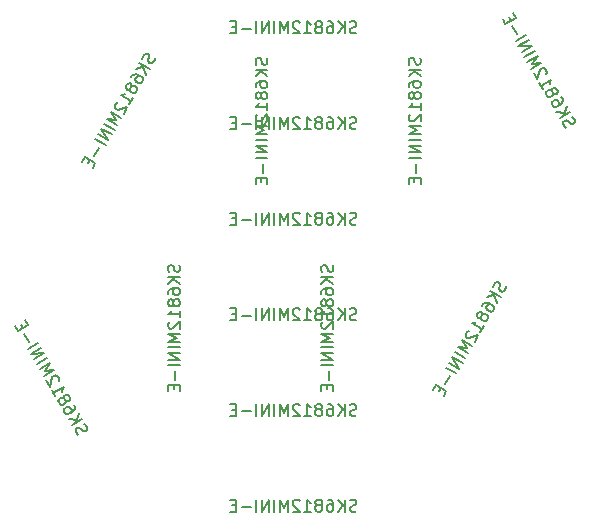
<source format=gbr>
%TF.GenerationSoftware,KiCad,Pcbnew,8.0.8*%
%TF.CreationDate,2025-04-07T13:41:04-04:00*%
%TF.ProjectId,pcb_tile_game_tile_sos,7063625f-7469-46c6-955f-67616d655f74,1.0*%
%TF.SameCoordinates,Original*%
%TF.FileFunction,AssemblyDrawing,Bot*%
%FSLAX46Y46*%
G04 Gerber Fmt 4.6, Leading zero omitted, Abs format (unit mm)*
G04 Created by KiCad (PCBNEW 8.0.8) date 2025-04-07 13:41:04*
%MOMM*%
%LPD*%
G01*
G04 APERTURE LIST*
%ADD10C,0.150000*%
G04 APERTURE END LIST*
D10*
X145293332Y-96099104D02*
X145150475Y-96146723D01*
X145150475Y-96146723D02*
X144912380Y-96146723D01*
X144912380Y-96146723D02*
X144817142Y-96099104D01*
X144817142Y-96099104D02*
X144769523Y-96051484D01*
X144769523Y-96051484D02*
X144721904Y-95956246D01*
X144721904Y-95956246D02*
X144721904Y-95861008D01*
X144721904Y-95861008D02*
X144769523Y-95765770D01*
X144769523Y-95765770D02*
X144817142Y-95718151D01*
X144817142Y-95718151D02*
X144912380Y-95670532D01*
X144912380Y-95670532D02*
X145102856Y-95622913D01*
X145102856Y-95622913D02*
X145198094Y-95575294D01*
X145198094Y-95575294D02*
X145245713Y-95527675D01*
X145245713Y-95527675D02*
X145293332Y-95432437D01*
X145293332Y-95432437D02*
X145293332Y-95337199D01*
X145293332Y-95337199D02*
X145245713Y-95241961D01*
X145245713Y-95241961D02*
X145198094Y-95194342D01*
X145198094Y-95194342D02*
X145102856Y-95146723D01*
X145102856Y-95146723D02*
X144864761Y-95146723D01*
X144864761Y-95146723D02*
X144721904Y-95194342D01*
X144293332Y-96146723D02*
X144293332Y-95146723D01*
X143721904Y-96146723D02*
X144150475Y-95575294D01*
X143721904Y-95146723D02*
X144293332Y-95718151D01*
X142864761Y-95146723D02*
X143055237Y-95146723D01*
X143055237Y-95146723D02*
X143150475Y-95194342D01*
X143150475Y-95194342D02*
X143198094Y-95241961D01*
X143198094Y-95241961D02*
X143293332Y-95384818D01*
X143293332Y-95384818D02*
X143340951Y-95575294D01*
X143340951Y-95575294D02*
X143340951Y-95956246D01*
X143340951Y-95956246D02*
X143293332Y-96051484D01*
X143293332Y-96051484D02*
X143245713Y-96099104D01*
X143245713Y-96099104D02*
X143150475Y-96146723D01*
X143150475Y-96146723D02*
X142959999Y-96146723D01*
X142959999Y-96146723D02*
X142864761Y-96099104D01*
X142864761Y-96099104D02*
X142817142Y-96051484D01*
X142817142Y-96051484D02*
X142769523Y-95956246D01*
X142769523Y-95956246D02*
X142769523Y-95718151D01*
X142769523Y-95718151D02*
X142817142Y-95622913D01*
X142817142Y-95622913D02*
X142864761Y-95575294D01*
X142864761Y-95575294D02*
X142959999Y-95527675D01*
X142959999Y-95527675D02*
X143150475Y-95527675D01*
X143150475Y-95527675D02*
X143245713Y-95575294D01*
X143245713Y-95575294D02*
X143293332Y-95622913D01*
X143293332Y-95622913D02*
X143340951Y-95718151D01*
X142198094Y-95575294D02*
X142293332Y-95527675D01*
X142293332Y-95527675D02*
X142340951Y-95480056D01*
X142340951Y-95480056D02*
X142388570Y-95384818D01*
X142388570Y-95384818D02*
X142388570Y-95337199D01*
X142388570Y-95337199D02*
X142340951Y-95241961D01*
X142340951Y-95241961D02*
X142293332Y-95194342D01*
X142293332Y-95194342D02*
X142198094Y-95146723D01*
X142198094Y-95146723D02*
X142007618Y-95146723D01*
X142007618Y-95146723D02*
X141912380Y-95194342D01*
X141912380Y-95194342D02*
X141864761Y-95241961D01*
X141864761Y-95241961D02*
X141817142Y-95337199D01*
X141817142Y-95337199D02*
X141817142Y-95384818D01*
X141817142Y-95384818D02*
X141864761Y-95480056D01*
X141864761Y-95480056D02*
X141912380Y-95527675D01*
X141912380Y-95527675D02*
X142007618Y-95575294D01*
X142007618Y-95575294D02*
X142198094Y-95575294D01*
X142198094Y-95575294D02*
X142293332Y-95622913D01*
X142293332Y-95622913D02*
X142340951Y-95670532D01*
X142340951Y-95670532D02*
X142388570Y-95765770D01*
X142388570Y-95765770D02*
X142388570Y-95956246D01*
X142388570Y-95956246D02*
X142340951Y-96051484D01*
X142340951Y-96051484D02*
X142293332Y-96099104D01*
X142293332Y-96099104D02*
X142198094Y-96146723D01*
X142198094Y-96146723D02*
X142007618Y-96146723D01*
X142007618Y-96146723D02*
X141912380Y-96099104D01*
X141912380Y-96099104D02*
X141864761Y-96051484D01*
X141864761Y-96051484D02*
X141817142Y-95956246D01*
X141817142Y-95956246D02*
X141817142Y-95765770D01*
X141817142Y-95765770D02*
X141864761Y-95670532D01*
X141864761Y-95670532D02*
X141912380Y-95622913D01*
X141912380Y-95622913D02*
X142007618Y-95575294D01*
X140864761Y-96146723D02*
X141436189Y-96146723D01*
X141150475Y-96146723D02*
X141150475Y-95146723D01*
X141150475Y-95146723D02*
X141245713Y-95289580D01*
X141245713Y-95289580D02*
X141340951Y-95384818D01*
X141340951Y-95384818D02*
X141436189Y-95432437D01*
X140483808Y-95241961D02*
X140436189Y-95194342D01*
X140436189Y-95194342D02*
X140340951Y-95146723D01*
X140340951Y-95146723D02*
X140102856Y-95146723D01*
X140102856Y-95146723D02*
X140007618Y-95194342D01*
X140007618Y-95194342D02*
X139959999Y-95241961D01*
X139959999Y-95241961D02*
X139912380Y-95337199D01*
X139912380Y-95337199D02*
X139912380Y-95432437D01*
X139912380Y-95432437D02*
X139959999Y-95575294D01*
X139959999Y-95575294D02*
X140531427Y-96146723D01*
X140531427Y-96146723D02*
X139912380Y-96146723D01*
X139483808Y-96146723D02*
X139483808Y-95146723D01*
X139483808Y-95146723D02*
X139150475Y-95861008D01*
X139150475Y-95861008D02*
X138817142Y-95146723D01*
X138817142Y-95146723D02*
X138817142Y-96146723D01*
X138340951Y-96146723D02*
X138340951Y-95146723D01*
X137864761Y-96146723D02*
X137864761Y-95146723D01*
X137864761Y-95146723D02*
X137293333Y-96146723D01*
X137293333Y-96146723D02*
X137293333Y-95146723D01*
X136817142Y-96146723D02*
X136817142Y-95146723D01*
X136340952Y-95765770D02*
X135579048Y-95765770D01*
X135102857Y-95622913D02*
X134769524Y-95622913D01*
X134626667Y-96146723D02*
X135102857Y-96146723D01*
X135102857Y-96146723D02*
X135102857Y-95146723D01*
X135102857Y-95146723D02*
X134626667Y-95146723D01*
X130299104Y-83379167D02*
X130346723Y-83522024D01*
X130346723Y-83522024D02*
X130346723Y-83760119D01*
X130346723Y-83760119D02*
X130299104Y-83855357D01*
X130299104Y-83855357D02*
X130251484Y-83902976D01*
X130251484Y-83902976D02*
X130156246Y-83950595D01*
X130156246Y-83950595D02*
X130061008Y-83950595D01*
X130061008Y-83950595D02*
X129965770Y-83902976D01*
X129965770Y-83902976D02*
X129918151Y-83855357D01*
X129918151Y-83855357D02*
X129870532Y-83760119D01*
X129870532Y-83760119D02*
X129822913Y-83569643D01*
X129822913Y-83569643D02*
X129775294Y-83474405D01*
X129775294Y-83474405D02*
X129727675Y-83426786D01*
X129727675Y-83426786D02*
X129632437Y-83379167D01*
X129632437Y-83379167D02*
X129537199Y-83379167D01*
X129537199Y-83379167D02*
X129441961Y-83426786D01*
X129441961Y-83426786D02*
X129394342Y-83474405D01*
X129394342Y-83474405D02*
X129346723Y-83569643D01*
X129346723Y-83569643D02*
X129346723Y-83807738D01*
X129346723Y-83807738D02*
X129394342Y-83950595D01*
X130346723Y-84379167D02*
X129346723Y-84379167D01*
X130346723Y-84950595D02*
X129775294Y-84522024D01*
X129346723Y-84950595D02*
X129918151Y-84379167D01*
X129346723Y-85807738D02*
X129346723Y-85617262D01*
X129346723Y-85617262D02*
X129394342Y-85522024D01*
X129394342Y-85522024D02*
X129441961Y-85474405D01*
X129441961Y-85474405D02*
X129584818Y-85379167D01*
X129584818Y-85379167D02*
X129775294Y-85331548D01*
X129775294Y-85331548D02*
X130156246Y-85331548D01*
X130156246Y-85331548D02*
X130251484Y-85379167D01*
X130251484Y-85379167D02*
X130299104Y-85426786D01*
X130299104Y-85426786D02*
X130346723Y-85522024D01*
X130346723Y-85522024D02*
X130346723Y-85712500D01*
X130346723Y-85712500D02*
X130299104Y-85807738D01*
X130299104Y-85807738D02*
X130251484Y-85855357D01*
X130251484Y-85855357D02*
X130156246Y-85902976D01*
X130156246Y-85902976D02*
X129918151Y-85902976D01*
X129918151Y-85902976D02*
X129822913Y-85855357D01*
X129822913Y-85855357D02*
X129775294Y-85807738D01*
X129775294Y-85807738D02*
X129727675Y-85712500D01*
X129727675Y-85712500D02*
X129727675Y-85522024D01*
X129727675Y-85522024D02*
X129775294Y-85426786D01*
X129775294Y-85426786D02*
X129822913Y-85379167D01*
X129822913Y-85379167D02*
X129918151Y-85331548D01*
X129775294Y-86474405D02*
X129727675Y-86379167D01*
X129727675Y-86379167D02*
X129680056Y-86331548D01*
X129680056Y-86331548D02*
X129584818Y-86283929D01*
X129584818Y-86283929D02*
X129537199Y-86283929D01*
X129537199Y-86283929D02*
X129441961Y-86331548D01*
X129441961Y-86331548D02*
X129394342Y-86379167D01*
X129394342Y-86379167D02*
X129346723Y-86474405D01*
X129346723Y-86474405D02*
X129346723Y-86664881D01*
X129346723Y-86664881D02*
X129394342Y-86760119D01*
X129394342Y-86760119D02*
X129441961Y-86807738D01*
X129441961Y-86807738D02*
X129537199Y-86855357D01*
X129537199Y-86855357D02*
X129584818Y-86855357D01*
X129584818Y-86855357D02*
X129680056Y-86807738D01*
X129680056Y-86807738D02*
X129727675Y-86760119D01*
X129727675Y-86760119D02*
X129775294Y-86664881D01*
X129775294Y-86664881D02*
X129775294Y-86474405D01*
X129775294Y-86474405D02*
X129822913Y-86379167D01*
X129822913Y-86379167D02*
X129870532Y-86331548D01*
X129870532Y-86331548D02*
X129965770Y-86283929D01*
X129965770Y-86283929D02*
X130156246Y-86283929D01*
X130156246Y-86283929D02*
X130251484Y-86331548D01*
X130251484Y-86331548D02*
X130299104Y-86379167D01*
X130299104Y-86379167D02*
X130346723Y-86474405D01*
X130346723Y-86474405D02*
X130346723Y-86664881D01*
X130346723Y-86664881D02*
X130299104Y-86760119D01*
X130299104Y-86760119D02*
X130251484Y-86807738D01*
X130251484Y-86807738D02*
X130156246Y-86855357D01*
X130156246Y-86855357D02*
X129965770Y-86855357D01*
X129965770Y-86855357D02*
X129870532Y-86807738D01*
X129870532Y-86807738D02*
X129822913Y-86760119D01*
X129822913Y-86760119D02*
X129775294Y-86664881D01*
X130346723Y-87807738D02*
X130346723Y-87236310D01*
X130346723Y-87522024D02*
X129346723Y-87522024D01*
X129346723Y-87522024D02*
X129489580Y-87426786D01*
X129489580Y-87426786D02*
X129584818Y-87331548D01*
X129584818Y-87331548D02*
X129632437Y-87236310D01*
X129441961Y-88188691D02*
X129394342Y-88236310D01*
X129394342Y-88236310D02*
X129346723Y-88331548D01*
X129346723Y-88331548D02*
X129346723Y-88569643D01*
X129346723Y-88569643D02*
X129394342Y-88664881D01*
X129394342Y-88664881D02*
X129441961Y-88712500D01*
X129441961Y-88712500D02*
X129537199Y-88760119D01*
X129537199Y-88760119D02*
X129632437Y-88760119D01*
X129632437Y-88760119D02*
X129775294Y-88712500D01*
X129775294Y-88712500D02*
X130346723Y-88141072D01*
X130346723Y-88141072D02*
X130346723Y-88760119D01*
X130346723Y-89188691D02*
X129346723Y-89188691D01*
X129346723Y-89188691D02*
X130061008Y-89522024D01*
X130061008Y-89522024D02*
X129346723Y-89855357D01*
X129346723Y-89855357D02*
X130346723Y-89855357D01*
X130346723Y-90331548D02*
X129346723Y-90331548D01*
X130346723Y-90807738D02*
X129346723Y-90807738D01*
X129346723Y-90807738D02*
X130346723Y-91379166D01*
X130346723Y-91379166D02*
X129346723Y-91379166D01*
X130346723Y-91855357D02*
X129346723Y-91855357D01*
X129965770Y-92331547D02*
X129965770Y-93093452D01*
X129822913Y-93569642D02*
X129822913Y-93902975D01*
X130346723Y-94045832D02*
X130346723Y-93569642D01*
X130346723Y-93569642D02*
X129346723Y-93569642D01*
X129346723Y-93569642D02*
X129346723Y-94045832D01*
X163042358Y-71752689D02*
X162929690Y-71652781D01*
X162929690Y-71652781D02*
X162810643Y-71446584D01*
X162810643Y-71446584D02*
X162804263Y-71340296D01*
X162804263Y-71340296D02*
X162821693Y-71275247D01*
X162821693Y-71275247D02*
X162880362Y-71186389D01*
X162880362Y-71186389D02*
X162962841Y-71138770D01*
X162962841Y-71138770D02*
X163069129Y-71132390D01*
X163069129Y-71132390D02*
X163134178Y-71149820D01*
X163134178Y-71149820D02*
X163223036Y-71208489D01*
X163223036Y-71208489D02*
X163359513Y-71349637D01*
X163359513Y-71349637D02*
X163448372Y-71408306D01*
X163448372Y-71408306D02*
X163513420Y-71425736D01*
X163513420Y-71425736D02*
X163619709Y-71419356D01*
X163619709Y-71419356D02*
X163702187Y-71371737D01*
X163702187Y-71371737D02*
X163760856Y-71282878D01*
X163760856Y-71282878D02*
X163778286Y-71217830D01*
X163778286Y-71217830D02*
X163771906Y-71111542D01*
X163771906Y-71111542D02*
X163652859Y-70905345D01*
X163652859Y-70905345D02*
X163540191Y-70805437D01*
X162501119Y-70910473D02*
X163367144Y-70410473D01*
X162215405Y-70415602D02*
X162924562Y-70501041D01*
X163081430Y-69915602D02*
X162872273Y-70696188D01*
X162652859Y-69173294D02*
X162748097Y-69338251D01*
X162748097Y-69338251D02*
X162754477Y-69444539D01*
X162754477Y-69444539D02*
X162737047Y-69509588D01*
X162737047Y-69509588D02*
X162660948Y-69663495D01*
X162660948Y-69663495D02*
X162519800Y-69799973D01*
X162519800Y-69799973D02*
X162189886Y-69990449D01*
X162189886Y-69990449D02*
X162083598Y-69996829D01*
X162083598Y-69996829D02*
X162018549Y-69979399D01*
X162018549Y-69979399D02*
X161929690Y-69920730D01*
X161929690Y-69920730D02*
X161834452Y-69755773D01*
X161834452Y-69755773D02*
X161828073Y-69649485D01*
X161828073Y-69649485D02*
X161845502Y-69584436D01*
X161845502Y-69584436D02*
X161904171Y-69495577D01*
X161904171Y-69495577D02*
X162110368Y-69376530D01*
X162110368Y-69376530D02*
X162216656Y-69370150D01*
X162216656Y-69370150D02*
X162281705Y-69387580D01*
X162281705Y-69387580D02*
X162370563Y-69446249D01*
X162370563Y-69446249D02*
X162465801Y-69611206D01*
X162465801Y-69611206D02*
X162472181Y-69717494D01*
X162472181Y-69717494D02*
X162454751Y-69782543D01*
X162454751Y-69782543D02*
X162396082Y-69871401D01*
X161948372Y-68810230D02*
X162037230Y-68868899D01*
X162037230Y-68868899D02*
X162102279Y-68886328D01*
X162102279Y-68886328D02*
X162208567Y-68879949D01*
X162208567Y-68879949D02*
X162249806Y-68856139D01*
X162249806Y-68856139D02*
X162308475Y-68767281D01*
X162308475Y-68767281D02*
X162325905Y-68702232D01*
X162325905Y-68702232D02*
X162319525Y-68595944D01*
X162319525Y-68595944D02*
X162224287Y-68430987D01*
X162224287Y-68430987D02*
X162135429Y-68372318D01*
X162135429Y-68372318D02*
X162070380Y-68354888D01*
X162070380Y-68354888D02*
X161964092Y-68361267D01*
X161964092Y-68361267D02*
X161922853Y-68385077D01*
X161922853Y-68385077D02*
X161864184Y-68473935D01*
X161864184Y-68473935D02*
X161846754Y-68538984D01*
X161846754Y-68538984D02*
X161853134Y-68645272D01*
X161853134Y-68645272D02*
X161948372Y-68810230D01*
X161948372Y-68810230D02*
X161954751Y-68916518D01*
X161954751Y-68916518D02*
X161937322Y-68981566D01*
X161937322Y-68981566D02*
X161878652Y-69070425D01*
X161878652Y-69070425D02*
X161713695Y-69165663D01*
X161713695Y-69165663D02*
X161607407Y-69172043D01*
X161607407Y-69172043D02*
X161542358Y-69154613D01*
X161542358Y-69154613D02*
X161453500Y-69095944D01*
X161453500Y-69095944D02*
X161358262Y-68930987D01*
X161358262Y-68930987D02*
X161351882Y-68824698D01*
X161351882Y-68824698D02*
X161369312Y-68759650D01*
X161369312Y-68759650D02*
X161427981Y-68670791D01*
X161427981Y-68670791D02*
X161592938Y-68575553D01*
X161592938Y-68575553D02*
X161699226Y-68569173D01*
X161699226Y-68569173D02*
X161764275Y-68586603D01*
X161764275Y-68586603D02*
X161853134Y-68645272D01*
X160786833Y-67941243D02*
X161072548Y-68436115D01*
X160929690Y-68188679D02*
X161795716Y-67688679D01*
X161795716Y-67688679D02*
X161719617Y-67842586D01*
X161719617Y-67842586D02*
X161684757Y-67972684D01*
X161684757Y-67972684D02*
X161691137Y-68078972D01*
X161379904Y-67158948D02*
X161397334Y-67093899D01*
X161397334Y-67093899D02*
X161390954Y-66987611D01*
X161390954Y-66987611D02*
X161271906Y-66781414D01*
X161271906Y-66781414D02*
X161183048Y-66722745D01*
X161183048Y-66722745D02*
X161117999Y-66705315D01*
X161117999Y-66705315D02*
X161011711Y-66711695D01*
X161011711Y-66711695D02*
X160929232Y-66759314D01*
X160929232Y-66759314D02*
X160829324Y-66871982D01*
X160829324Y-66871982D02*
X160620167Y-67652568D01*
X160620167Y-67652568D02*
X160310643Y-67116457D01*
X160096357Y-66745303D02*
X160962382Y-66245303D01*
X160962382Y-66245303D02*
X160177126Y-66313771D01*
X160177126Y-66313771D02*
X160629049Y-65667953D01*
X160629049Y-65667953D02*
X159763024Y-66167953D01*
X159524929Y-65755560D02*
X160390954Y-65255560D01*
X159286834Y-65343167D02*
X160152859Y-64843167D01*
X160152859Y-64843167D02*
X159001119Y-64848296D01*
X159001119Y-64848296D02*
X159867145Y-64348296D01*
X158763024Y-64435903D02*
X159629049Y-63935903D01*
X158854843Y-63833034D02*
X158473891Y-63173205D01*
X158359514Y-62689384D02*
X158192847Y-62400709D01*
X157667786Y-62538895D02*
X157905882Y-62951288D01*
X157905882Y-62951288D02*
X158771907Y-62451288D01*
X158771907Y-62451288D02*
X158533812Y-62038895D01*
X145293332Y-71799104D02*
X145150475Y-71846723D01*
X145150475Y-71846723D02*
X144912380Y-71846723D01*
X144912380Y-71846723D02*
X144817142Y-71799104D01*
X144817142Y-71799104D02*
X144769523Y-71751484D01*
X144769523Y-71751484D02*
X144721904Y-71656246D01*
X144721904Y-71656246D02*
X144721904Y-71561008D01*
X144721904Y-71561008D02*
X144769523Y-71465770D01*
X144769523Y-71465770D02*
X144817142Y-71418151D01*
X144817142Y-71418151D02*
X144912380Y-71370532D01*
X144912380Y-71370532D02*
X145102856Y-71322913D01*
X145102856Y-71322913D02*
X145198094Y-71275294D01*
X145198094Y-71275294D02*
X145245713Y-71227675D01*
X145245713Y-71227675D02*
X145293332Y-71132437D01*
X145293332Y-71132437D02*
X145293332Y-71037199D01*
X145293332Y-71037199D02*
X145245713Y-70941961D01*
X145245713Y-70941961D02*
X145198094Y-70894342D01*
X145198094Y-70894342D02*
X145102856Y-70846723D01*
X145102856Y-70846723D02*
X144864761Y-70846723D01*
X144864761Y-70846723D02*
X144721904Y-70894342D01*
X144293332Y-71846723D02*
X144293332Y-70846723D01*
X143721904Y-71846723D02*
X144150475Y-71275294D01*
X143721904Y-70846723D02*
X144293332Y-71418151D01*
X142864761Y-70846723D02*
X143055237Y-70846723D01*
X143055237Y-70846723D02*
X143150475Y-70894342D01*
X143150475Y-70894342D02*
X143198094Y-70941961D01*
X143198094Y-70941961D02*
X143293332Y-71084818D01*
X143293332Y-71084818D02*
X143340951Y-71275294D01*
X143340951Y-71275294D02*
X143340951Y-71656246D01*
X143340951Y-71656246D02*
X143293332Y-71751484D01*
X143293332Y-71751484D02*
X143245713Y-71799104D01*
X143245713Y-71799104D02*
X143150475Y-71846723D01*
X143150475Y-71846723D02*
X142959999Y-71846723D01*
X142959999Y-71846723D02*
X142864761Y-71799104D01*
X142864761Y-71799104D02*
X142817142Y-71751484D01*
X142817142Y-71751484D02*
X142769523Y-71656246D01*
X142769523Y-71656246D02*
X142769523Y-71418151D01*
X142769523Y-71418151D02*
X142817142Y-71322913D01*
X142817142Y-71322913D02*
X142864761Y-71275294D01*
X142864761Y-71275294D02*
X142959999Y-71227675D01*
X142959999Y-71227675D02*
X143150475Y-71227675D01*
X143150475Y-71227675D02*
X143245713Y-71275294D01*
X143245713Y-71275294D02*
X143293332Y-71322913D01*
X143293332Y-71322913D02*
X143340951Y-71418151D01*
X142198094Y-71275294D02*
X142293332Y-71227675D01*
X142293332Y-71227675D02*
X142340951Y-71180056D01*
X142340951Y-71180056D02*
X142388570Y-71084818D01*
X142388570Y-71084818D02*
X142388570Y-71037199D01*
X142388570Y-71037199D02*
X142340951Y-70941961D01*
X142340951Y-70941961D02*
X142293332Y-70894342D01*
X142293332Y-70894342D02*
X142198094Y-70846723D01*
X142198094Y-70846723D02*
X142007618Y-70846723D01*
X142007618Y-70846723D02*
X141912380Y-70894342D01*
X141912380Y-70894342D02*
X141864761Y-70941961D01*
X141864761Y-70941961D02*
X141817142Y-71037199D01*
X141817142Y-71037199D02*
X141817142Y-71084818D01*
X141817142Y-71084818D02*
X141864761Y-71180056D01*
X141864761Y-71180056D02*
X141912380Y-71227675D01*
X141912380Y-71227675D02*
X142007618Y-71275294D01*
X142007618Y-71275294D02*
X142198094Y-71275294D01*
X142198094Y-71275294D02*
X142293332Y-71322913D01*
X142293332Y-71322913D02*
X142340951Y-71370532D01*
X142340951Y-71370532D02*
X142388570Y-71465770D01*
X142388570Y-71465770D02*
X142388570Y-71656246D01*
X142388570Y-71656246D02*
X142340951Y-71751484D01*
X142340951Y-71751484D02*
X142293332Y-71799104D01*
X142293332Y-71799104D02*
X142198094Y-71846723D01*
X142198094Y-71846723D02*
X142007618Y-71846723D01*
X142007618Y-71846723D02*
X141912380Y-71799104D01*
X141912380Y-71799104D02*
X141864761Y-71751484D01*
X141864761Y-71751484D02*
X141817142Y-71656246D01*
X141817142Y-71656246D02*
X141817142Y-71465770D01*
X141817142Y-71465770D02*
X141864761Y-71370532D01*
X141864761Y-71370532D02*
X141912380Y-71322913D01*
X141912380Y-71322913D02*
X142007618Y-71275294D01*
X140864761Y-71846723D02*
X141436189Y-71846723D01*
X141150475Y-71846723D02*
X141150475Y-70846723D01*
X141150475Y-70846723D02*
X141245713Y-70989580D01*
X141245713Y-70989580D02*
X141340951Y-71084818D01*
X141340951Y-71084818D02*
X141436189Y-71132437D01*
X140483808Y-70941961D02*
X140436189Y-70894342D01*
X140436189Y-70894342D02*
X140340951Y-70846723D01*
X140340951Y-70846723D02*
X140102856Y-70846723D01*
X140102856Y-70846723D02*
X140007618Y-70894342D01*
X140007618Y-70894342D02*
X139959999Y-70941961D01*
X139959999Y-70941961D02*
X139912380Y-71037199D01*
X139912380Y-71037199D02*
X139912380Y-71132437D01*
X139912380Y-71132437D02*
X139959999Y-71275294D01*
X139959999Y-71275294D02*
X140531427Y-71846723D01*
X140531427Y-71846723D02*
X139912380Y-71846723D01*
X139483808Y-71846723D02*
X139483808Y-70846723D01*
X139483808Y-70846723D02*
X139150475Y-71561008D01*
X139150475Y-71561008D02*
X138817142Y-70846723D01*
X138817142Y-70846723D02*
X138817142Y-71846723D01*
X138340951Y-71846723D02*
X138340951Y-70846723D01*
X137864761Y-71846723D02*
X137864761Y-70846723D01*
X137864761Y-70846723D02*
X137293333Y-71846723D01*
X137293333Y-71846723D02*
X137293333Y-70846723D01*
X136817142Y-71846723D02*
X136817142Y-70846723D01*
X136340952Y-71465770D02*
X135579048Y-71465770D01*
X135102857Y-71322913D02*
X134769524Y-71322913D01*
X134626667Y-71846723D02*
X135102857Y-71846723D01*
X135102857Y-71846723D02*
X135102857Y-70846723D01*
X135102857Y-70846723D02*
X134626667Y-70846723D01*
X145293332Y-104199104D02*
X145150475Y-104246723D01*
X145150475Y-104246723D02*
X144912380Y-104246723D01*
X144912380Y-104246723D02*
X144817142Y-104199104D01*
X144817142Y-104199104D02*
X144769523Y-104151484D01*
X144769523Y-104151484D02*
X144721904Y-104056246D01*
X144721904Y-104056246D02*
X144721904Y-103961008D01*
X144721904Y-103961008D02*
X144769523Y-103865770D01*
X144769523Y-103865770D02*
X144817142Y-103818151D01*
X144817142Y-103818151D02*
X144912380Y-103770532D01*
X144912380Y-103770532D02*
X145102856Y-103722913D01*
X145102856Y-103722913D02*
X145198094Y-103675294D01*
X145198094Y-103675294D02*
X145245713Y-103627675D01*
X145245713Y-103627675D02*
X145293332Y-103532437D01*
X145293332Y-103532437D02*
X145293332Y-103437199D01*
X145293332Y-103437199D02*
X145245713Y-103341961D01*
X145245713Y-103341961D02*
X145198094Y-103294342D01*
X145198094Y-103294342D02*
X145102856Y-103246723D01*
X145102856Y-103246723D02*
X144864761Y-103246723D01*
X144864761Y-103246723D02*
X144721904Y-103294342D01*
X144293332Y-104246723D02*
X144293332Y-103246723D01*
X143721904Y-104246723D02*
X144150475Y-103675294D01*
X143721904Y-103246723D02*
X144293332Y-103818151D01*
X142864761Y-103246723D02*
X143055237Y-103246723D01*
X143055237Y-103246723D02*
X143150475Y-103294342D01*
X143150475Y-103294342D02*
X143198094Y-103341961D01*
X143198094Y-103341961D02*
X143293332Y-103484818D01*
X143293332Y-103484818D02*
X143340951Y-103675294D01*
X143340951Y-103675294D02*
X143340951Y-104056246D01*
X143340951Y-104056246D02*
X143293332Y-104151484D01*
X143293332Y-104151484D02*
X143245713Y-104199104D01*
X143245713Y-104199104D02*
X143150475Y-104246723D01*
X143150475Y-104246723D02*
X142959999Y-104246723D01*
X142959999Y-104246723D02*
X142864761Y-104199104D01*
X142864761Y-104199104D02*
X142817142Y-104151484D01*
X142817142Y-104151484D02*
X142769523Y-104056246D01*
X142769523Y-104056246D02*
X142769523Y-103818151D01*
X142769523Y-103818151D02*
X142817142Y-103722913D01*
X142817142Y-103722913D02*
X142864761Y-103675294D01*
X142864761Y-103675294D02*
X142959999Y-103627675D01*
X142959999Y-103627675D02*
X143150475Y-103627675D01*
X143150475Y-103627675D02*
X143245713Y-103675294D01*
X143245713Y-103675294D02*
X143293332Y-103722913D01*
X143293332Y-103722913D02*
X143340951Y-103818151D01*
X142198094Y-103675294D02*
X142293332Y-103627675D01*
X142293332Y-103627675D02*
X142340951Y-103580056D01*
X142340951Y-103580056D02*
X142388570Y-103484818D01*
X142388570Y-103484818D02*
X142388570Y-103437199D01*
X142388570Y-103437199D02*
X142340951Y-103341961D01*
X142340951Y-103341961D02*
X142293332Y-103294342D01*
X142293332Y-103294342D02*
X142198094Y-103246723D01*
X142198094Y-103246723D02*
X142007618Y-103246723D01*
X142007618Y-103246723D02*
X141912380Y-103294342D01*
X141912380Y-103294342D02*
X141864761Y-103341961D01*
X141864761Y-103341961D02*
X141817142Y-103437199D01*
X141817142Y-103437199D02*
X141817142Y-103484818D01*
X141817142Y-103484818D02*
X141864761Y-103580056D01*
X141864761Y-103580056D02*
X141912380Y-103627675D01*
X141912380Y-103627675D02*
X142007618Y-103675294D01*
X142007618Y-103675294D02*
X142198094Y-103675294D01*
X142198094Y-103675294D02*
X142293332Y-103722913D01*
X142293332Y-103722913D02*
X142340951Y-103770532D01*
X142340951Y-103770532D02*
X142388570Y-103865770D01*
X142388570Y-103865770D02*
X142388570Y-104056246D01*
X142388570Y-104056246D02*
X142340951Y-104151484D01*
X142340951Y-104151484D02*
X142293332Y-104199104D01*
X142293332Y-104199104D02*
X142198094Y-104246723D01*
X142198094Y-104246723D02*
X142007618Y-104246723D01*
X142007618Y-104246723D02*
X141912380Y-104199104D01*
X141912380Y-104199104D02*
X141864761Y-104151484D01*
X141864761Y-104151484D02*
X141817142Y-104056246D01*
X141817142Y-104056246D02*
X141817142Y-103865770D01*
X141817142Y-103865770D02*
X141864761Y-103770532D01*
X141864761Y-103770532D02*
X141912380Y-103722913D01*
X141912380Y-103722913D02*
X142007618Y-103675294D01*
X140864761Y-104246723D02*
X141436189Y-104246723D01*
X141150475Y-104246723D02*
X141150475Y-103246723D01*
X141150475Y-103246723D02*
X141245713Y-103389580D01*
X141245713Y-103389580D02*
X141340951Y-103484818D01*
X141340951Y-103484818D02*
X141436189Y-103532437D01*
X140483808Y-103341961D02*
X140436189Y-103294342D01*
X140436189Y-103294342D02*
X140340951Y-103246723D01*
X140340951Y-103246723D02*
X140102856Y-103246723D01*
X140102856Y-103246723D02*
X140007618Y-103294342D01*
X140007618Y-103294342D02*
X139959999Y-103341961D01*
X139959999Y-103341961D02*
X139912380Y-103437199D01*
X139912380Y-103437199D02*
X139912380Y-103532437D01*
X139912380Y-103532437D02*
X139959999Y-103675294D01*
X139959999Y-103675294D02*
X140531427Y-104246723D01*
X140531427Y-104246723D02*
X139912380Y-104246723D01*
X139483808Y-104246723D02*
X139483808Y-103246723D01*
X139483808Y-103246723D02*
X139150475Y-103961008D01*
X139150475Y-103961008D02*
X138817142Y-103246723D01*
X138817142Y-103246723D02*
X138817142Y-104246723D01*
X138340951Y-104246723D02*
X138340951Y-103246723D01*
X137864761Y-104246723D02*
X137864761Y-103246723D01*
X137864761Y-103246723D02*
X137293333Y-104246723D01*
X137293333Y-104246723D02*
X137293333Y-103246723D01*
X136817142Y-104246723D02*
X136817142Y-103246723D01*
X136340952Y-103865770D02*
X135579048Y-103865770D01*
X135102857Y-103722913D02*
X134769524Y-103722913D01*
X134626667Y-104246723D02*
X135102857Y-104246723D01*
X135102857Y-104246723D02*
X135102857Y-103246723D01*
X135102857Y-103246723D02*
X134626667Y-103246723D01*
X145293332Y-87999104D02*
X145150475Y-88046723D01*
X145150475Y-88046723D02*
X144912380Y-88046723D01*
X144912380Y-88046723D02*
X144817142Y-87999104D01*
X144817142Y-87999104D02*
X144769523Y-87951484D01*
X144769523Y-87951484D02*
X144721904Y-87856246D01*
X144721904Y-87856246D02*
X144721904Y-87761008D01*
X144721904Y-87761008D02*
X144769523Y-87665770D01*
X144769523Y-87665770D02*
X144817142Y-87618151D01*
X144817142Y-87618151D02*
X144912380Y-87570532D01*
X144912380Y-87570532D02*
X145102856Y-87522913D01*
X145102856Y-87522913D02*
X145198094Y-87475294D01*
X145198094Y-87475294D02*
X145245713Y-87427675D01*
X145245713Y-87427675D02*
X145293332Y-87332437D01*
X145293332Y-87332437D02*
X145293332Y-87237199D01*
X145293332Y-87237199D02*
X145245713Y-87141961D01*
X145245713Y-87141961D02*
X145198094Y-87094342D01*
X145198094Y-87094342D02*
X145102856Y-87046723D01*
X145102856Y-87046723D02*
X144864761Y-87046723D01*
X144864761Y-87046723D02*
X144721904Y-87094342D01*
X144293332Y-88046723D02*
X144293332Y-87046723D01*
X143721904Y-88046723D02*
X144150475Y-87475294D01*
X143721904Y-87046723D02*
X144293332Y-87618151D01*
X142864761Y-87046723D02*
X143055237Y-87046723D01*
X143055237Y-87046723D02*
X143150475Y-87094342D01*
X143150475Y-87094342D02*
X143198094Y-87141961D01*
X143198094Y-87141961D02*
X143293332Y-87284818D01*
X143293332Y-87284818D02*
X143340951Y-87475294D01*
X143340951Y-87475294D02*
X143340951Y-87856246D01*
X143340951Y-87856246D02*
X143293332Y-87951484D01*
X143293332Y-87951484D02*
X143245713Y-87999104D01*
X143245713Y-87999104D02*
X143150475Y-88046723D01*
X143150475Y-88046723D02*
X142959999Y-88046723D01*
X142959999Y-88046723D02*
X142864761Y-87999104D01*
X142864761Y-87999104D02*
X142817142Y-87951484D01*
X142817142Y-87951484D02*
X142769523Y-87856246D01*
X142769523Y-87856246D02*
X142769523Y-87618151D01*
X142769523Y-87618151D02*
X142817142Y-87522913D01*
X142817142Y-87522913D02*
X142864761Y-87475294D01*
X142864761Y-87475294D02*
X142959999Y-87427675D01*
X142959999Y-87427675D02*
X143150475Y-87427675D01*
X143150475Y-87427675D02*
X143245713Y-87475294D01*
X143245713Y-87475294D02*
X143293332Y-87522913D01*
X143293332Y-87522913D02*
X143340951Y-87618151D01*
X142198094Y-87475294D02*
X142293332Y-87427675D01*
X142293332Y-87427675D02*
X142340951Y-87380056D01*
X142340951Y-87380056D02*
X142388570Y-87284818D01*
X142388570Y-87284818D02*
X142388570Y-87237199D01*
X142388570Y-87237199D02*
X142340951Y-87141961D01*
X142340951Y-87141961D02*
X142293332Y-87094342D01*
X142293332Y-87094342D02*
X142198094Y-87046723D01*
X142198094Y-87046723D02*
X142007618Y-87046723D01*
X142007618Y-87046723D02*
X141912380Y-87094342D01*
X141912380Y-87094342D02*
X141864761Y-87141961D01*
X141864761Y-87141961D02*
X141817142Y-87237199D01*
X141817142Y-87237199D02*
X141817142Y-87284818D01*
X141817142Y-87284818D02*
X141864761Y-87380056D01*
X141864761Y-87380056D02*
X141912380Y-87427675D01*
X141912380Y-87427675D02*
X142007618Y-87475294D01*
X142007618Y-87475294D02*
X142198094Y-87475294D01*
X142198094Y-87475294D02*
X142293332Y-87522913D01*
X142293332Y-87522913D02*
X142340951Y-87570532D01*
X142340951Y-87570532D02*
X142388570Y-87665770D01*
X142388570Y-87665770D02*
X142388570Y-87856246D01*
X142388570Y-87856246D02*
X142340951Y-87951484D01*
X142340951Y-87951484D02*
X142293332Y-87999104D01*
X142293332Y-87999104D02*
X142198094Y-88046723D01*
X142198094Y-88046723D02*
X142007618Y-88046723D01*
X142007618Y-88046723D02*
X141912380Y-87999104D01*
X141912380Y-87999104D02*
X141864761Y-87951484D01*
X141864761Y-87951484D02*
X141817142Y-87856246D01*
X141817142Y-87856246D02*
X141817142Y-87665770D01*
X141817142Y-87665770D02*
X141864761Y-87570532D01*
X141864761Y-87570532D02*
X141912380Y-87522913D01*
X141912380Y-87522913D02*
X142007618Y-87475294D01*
X140864761Y-88046723D02*
X141436189Y-88046723D01*
X141150475Y-88046723D02*
X141150475Y-87046723D01*
X141150475Y-87046723D02*
X141245713Y-87189580D01*
X141245713Y-87189580D02*
X141340951Y-87284818D01*
X141340951Y-87284818D02*
X141436189Y-87332437D01*
X140483808Y-87141961D02*
X140436189Y-87094342D01*
X140436189Y-87094342D02*
X140340951Y-87046723D01*
X140340951Y-87046723D02*
X140102856Y-87046723D01*
X140102856Y-87046723D02*
X140007618Y-87094342D01*
X140007618Y-87094342D02*
X139959999Y-87141961D01*
X139959999Y-87141961D02*
X139912380Y-87237199D01*
X139912380Y-87237199D02*
X139912380Y-87332437D01*
X139912380Y-87332437D02*
X139959999Y-87475294D01*
X139959999Y-87475294D02*
X140531427Y-88046723D01*
X140531427Y-88046723D02*
X139912380Y-88046723D01*
X139483808Y-88046723D02*
X139483808Y-87046723D01*
X139483808Y-87046723D02*
X139150475Y-87761008D01*
X139150475Y-87761008D02*
X138817142Y-87046723D01*
X138817142Y-87046723D02*
X138817142Y-88046723D01*
X138340951Y-88046723D02*
X138340951Y-87046723D01*
X137864761Y-88046723D02*
X137864761Y-87046723D01*
X137864761Y-87046723D02*
X137293333Y-88046723D01*
X137293333Y-88046723D02*
X137293333Y-87046723D01*
X136817142Y-88046723D02*
X136817142Y-87046723D01*
X136340952Y-87665770D02*
X135579048Y-87665770D01*
X135102857Y-87522913D02*
X134769524Y-87522913D01*
X134626667Y-88046723D02*
X135102857Y-88046723D01*
X135102857Y-88046723D02*
X135102857Y-87046723D01*
X135102857Y-87046723D02*
X134626667Y-87046723D01*
X128246689Y-65860322D02*
X128216500Y-66007849D01*
X128216500Y-66007849D02*
X128097453Y-66214046D01*
X128097453Y-66214046D02*
X128008594Y-66272715D01*
X128008594Y-66272715D02*
X127943545Y-66290145D01*
X127943545Y-66290145D02*
X127837257Y-66283765D01*
X127837257Y-66283765D02*
X127754779Y-66236146D01*
X127754779Y-66236146D02*
X127696110Y-66147287D01*
X127696110Y-66147287D02*
X127678680Y-66082239D01*
X127678680Y-66082239D02*
X127685060Y-65975951D01*
X127685060Y-65975951D02*
X127739058Y-65787184D01*
X127739058Y-65787184D02*
X127745438Y-65680896D01*
X127745438Y-65680896D02*
X127728008Y-65615847D01*
X127728008Y-65615847D02*
X127669339Y-65526988D01*
X127669339Y-65526988D02*
X127586861Y-65479369D01*
X127586861Y-65479369D02*
X127480572Y-65472990D01*
X127480572Y-65472990D02*
X127415524Y-65490419D01*
X127415524Y-65490419D02*
X127326665Y-65549089D01*
X127326665Y-65549089D02*
X127207618Y-65755285D01*
X127207618Y-65755285D02*
X127177428Y-65902813D01*
X127787929Y-66750157D02*
X126921903Y-66250157D01*
X127502214Y-67245028D02*
X127221628Y-66588160D01*
X126636189Y-66745028D02*
X127416775Y-66535871D01*
X126207618Y-67487336D02*
X126302856Y-67322379D01*
X126302856Y-67322379D02*
X126391714Y-67263710D01*
X126391714Y-67263710D02*
X126456763Y-67246280D01*
X126456763Y-67246280D02*
X126628100Y-67235230D01*
X126628100Y-67235230D02*
X126816867Y-67289229D01*
X126816867Y-67289229D02*
X127146781Y-67479705D01*
X127146781Y-67479705D02*
X127205450Y-67568563D01*
X127205450Y-67568563D02*
X127222880Y-67633612D01*
X127222880Y-67633612D02*
X127216500Y-67739900D01*
X127216500Y-67739900D02*
X127121262Y-67904857D01*
X127121262Y-67904857D02*
X127032404Y-67963526D01*
X127032404Y-67963526D02*
X126967355Y-67980956D01*
X126967355Y-67980956D02*
X126861067Y-67974576D01*
X126861067Y-67974576D02*
X126654870Y-67855529D01*
X126654870Y-67855529D02*
X126596201Y-67766670D01*
X126596201Y-67766670D02*
X126578771Y-67701622D01*
X126578771Y-67701622D02*
X126585151Y-67595333D01*
X126585151Y-67595333D02*
X126680389Y-67430376D01*
X126680389Y-67430376D02*
X126769248Y-67371707D01*
X126769248Y-67371707D02*
X126834296Y-67354277D01*
X126834296Y-67354277D02*
X126940585Y-67360657D01*
X126245438Y-68278972D02*
X126251818Y-68172684D01*
X126251818Y-68172684D02*
X126234388Y-68107635D01*
X126234388Y-68107635D02*
X126175719Y-68018777D01*
X126175719Y-68018777D02*
X126134480Y-67994967D01*
X126134480Y-67994967D02*
X126028191Y-67988587D01*
X126028191Y-67988587D02*
X125963143Y-68006017D01*
X125963143Y-68006017D02*
X125874284Y-68064686D01*
X125874284Y-68064686D02*
X125779046Y-68229643D01*
X125779046Y-68229643D02*
X125772666Y-68335932D01*
X125772666Y-68335932D02*
X125790096Y-68400980D01*
X125790096Y-68400980D02*
X125848765Y-68489839D01*
X125848765Y-68489839D02*
X125890005Y-68513648D01*
X125890005Y-68513648D02*
X125996293Y-68520028D01*
X125996293Y-68520028D02*
X126061342Y-68502598D01*
X126061342Y-68502598D02*
X126150200Y-68443929D01*
X126150200Y-68443929D02*
X126245438Y-68278972D01*
X126245438Y-68278972D02*
X126334296Y-68220303D01*
X126334296Y-68220303D02*
X126399345Y-68202873D01*
X126399345Y-68202873D02*
X126505633Y-68209253D01*
X126505633Y-68209253D02*
X126670591Y-68304491D01*
X126670591Y-68304491D02*
X126729260Y-68393349D01*
X126729260Y-68393349D02*
X126746689Y-68458398D01*
X126746689Y-68458398D02*
X126740310Y-68564686D01*
X126740310Y-68564686D02*
X126645072Y-68729643D01*
X126645072Y-68729643D02*
X126556213Y-68788313D01*
X126556213Y-68788313D02*
X126491164Y-68805742D01*
X126491164Y-68805742D02*
X126384876Y-68799363D01*
X126384876Y-68799363D02*
X126219919Y-68704124D01*
X126219919Y-68704124D02*
X126161250Y-68615266D01*
X126161250Y-68615266D02*
X126143820Y-68550217D01*
X126143820Y-68550217D02*
X126150200Y-68443929D01*
X126073643Y-69719387D02*
X126359357Y-69224515D01*
X126216500Y-69471951D02*
X125350475Y-68971951D01*
X125350475Y-68971951D02*
X125521812Y-68960901D01*
X125521812Y-68960901D02*
X125651909Y-68926041D01*
X125651909Y-68926041D02*
X125740768Y-68867372D01*
X125099620Y-69596920D02*
X125034571Y-69614350D01*
X125034571Y-69614350D02*
X124945713Y-69673019D01*
X124945713Y-69673019D02*
X124826665Y-69879216D01*
X124826665Y-69879216D02*
X124820285Y-69985504D01*
X124820285Y-69985504D02*
X124837715Y-70050553D01*
X124837715Y-70050553D02*
X124896384Y-70139411D01*
X124896384Y-70139411D02*
X124978863Y-70187030D01*
X124978863Y-70187030D02*
X125126390Y-70217219D01*
X125126390Y-70217219D02*
X125906976Y-70008062D01*
X125906976Y-70008062D02*
X125597452Y-70544173D01*
X125383167Y-70915327D02*
X124517141Y-70415327D01*
X124517141Y-70415327D02*
X124969064Y-71061145D01*
X124969064Y-71061145D02*
X124183808Y-70992677D01*
X124183808Y-70992677D02*
X125049833Y-71492677D01*
X124811738Y-71905070D02*
X123945713Y-71405070D01*
X124573643Y-72317463D02*
X123707618Y-71817463D01*
X123707618Y-71817463D02*
X124287929Y-72812334D01*
X124287929Y-72812334D02*
X123421904Y-72312334D01*
X124049834Y-73224727D02*
X123183808Y-72724727D01*
X123481824Y-73446644D02*
X123100872Y-74106473D01*
X122739059Y-74447437D02*
X122572392Y-74736112D01*
X122954596Y-75121735D02*
X123192691Y-74709342D01*
X123192691Y-74709342D02*
X122326666Y-74209342D01*
X122326666Y-74209342D02*
X122088571Y-74621735D01*
X157962413Y-85187180D02*
X157932224Y-85334707D01*
X157932224Y-85334707D02*
X157813177Y-85540904D01*
X157813177Y-85540904D02*
X157724318Y-85599573D01*
X157724318Y-85599573D02*
X157659269Y-85617003D01*
X157659269Y-85617003D02*
X157552981Y-85610623D01*
X157552981Y-85610623D02*
X157470503Y-85563004D01*
X157470503Y-85563004D02*
X157411834Y-85474145D01*
X157411834Y-85474145D02*
X157394404Y-85409097D01*
X157394404Y-85409097D02*
X157400784Y-85302809D01*
X157400784Y-85302809D02*
X157454782Y-85114042D01*
X157454782Y-85114042D02*
X157461162Y-85007754D01*
X157461162Y-85007754D02*
X157443732Y-84942705D01*
X157443732Y-84942705D02*
X157385063Y-84853846D01*
X157385063Y-84853846D02*
X157302585Y-84806227D01*
X157302585Y-84806227D02*
X157196296Y-84799848D01*
X157196296Y-84799848D02*
X157131248Y-84817277D01*
X157131248Y-84817277D02*
X157042389Y-84875947D01*
X157042389Y-84875947D02*
X156923342Y-85082143D01*
X156923342Y-85082143D02*
X156893152Y-85229671D01*
X157503653Y-86077015D02*
X156637627Y-85577015D01*
X157217938Y-86571886D02*
X156937352Y-85915018D01*
X156351913Y-86071886D02*
X157132499Y-85862729D01*
X155923342Y-86814194D02*
X156018580Y-86649237D01*
X156018580Y-86649237D02*
X156107438Y-86590568D01*
X156107438Y-86590568D02*
X156172487Y-86573138D01*
X156172487Y-86573138D02*
X156343824Y-86562088D01*
X156343824Y-86562088D02*
X156532591Y-86616087D01*
X156532591Y-86616087D02*
X156862505Y-86806563D01*
X156862505Y-86806563D02*
X156921174Y-86895421D01*
X156921174Y-86895421D02*
X156938604Y-86960470D01*
X156938604Y-86960470D02*
X156932224Y-87066758D01*
X156932224Y-87066758D02*
X156836986Y-87231715D01*
X156836986Y-87231715D02*
X156748128Y-87290384D01*
X156748128Y-87290384D02*
X156683079Y-87307814D01*
X156683079Y-87307814D02*
X156576791Y-87301434D01*
X156576791Y-87301434D02*
X156370594Y-87182387D01*
X156370594Y-87182387D02*
X156311925Y-87093528D01*
X156311925Y-87093528D02*
X156294495Y-87028480D01*
X156294495Y-87028480D02*
X156300875Y-86922191D01*
X156300875Y-86922191D02*
X156396113Y-86757234D01*
X156396113Y-86757234D02*
X156484972Y-86698565D01*
X156484972Y-86698565D02*
X156550020Y-86681135D01*
X156550020Y-86681135D02*
X156656309Y-86687515D01*
X155961162Y-87605830D02*
X155967542Y-87499542D01*
X155967542Y-87499542D02*
X155950112Y-87434493D01*
X155950112Y-87434493D02*
X155891443Y-87345635D01*
X155891443Y-87345635D02*
X155850204Y-87321825D01*
X155850204Y-87321825D02*
X155743915Y-87315445D01*
X155743915Y-87315445D02*
X155678867Y-87332875D01*
X155678867Y-87332875D02*
X155590008Y-87391544D01*
X155590008Y-87391544D02*
X155494770Y-87556501D01*
X155494770Y-87556501D02*
X155488390Y-87662790D01*
X155488390Y-87662790D02*
X155505820Y-87727838D01*
X155505820Y-87727838D02*
X155564489Y-87816697D01*
X155564489Y-87816697D02*
X155605729Y-87840506D01*
X155605729Y-87840506D02*
X155712017Y-87846886D01*
X155712017Y-87846886D02*
X155777066Y-87829456D01*
X155777066Y-87829456D02*
X155865924Y-87770787D01*
X155865924Y-87770787D02*
X155961162Y-87605830D01*
X155961162Y-87605830D02*
X156050020Y-87547161D01*
X156050020Y-87547161D02*
X156115069Y-87529731D01*
X156115069Y-87529731D02*
X156221357Y-87536111D01*
X156221357Y-87536111D02*
X156386315Y-87631349D01*
X156386315Y-87631349D02*
X156444984Y-87720207D01*
X156444984Y-87720207D02*
X156462413Y-87785256D01*
X156462413Y-87785256D02*
X156456034Y-87891544D01*
X156456034Y-87891544D02*
X156360796Y-88056501D01*
X156360796Y-88056501D02*
X156271937Y-88115171D01*
X156271937Y-88115171D02*
X156206888Y-88132600D01*
X156206888Y-88132600D02*
X156100600Y-88126221D01*
X156100600Y-88126221D02*
X155935643Y-88030982D01*
X155935643Y-88030982D02*
X155876974Y-87942124D01*
X155876974Y-87942124D02*
X155859544Y-87877075D01*
X155859544Y-87877075D02*
X155865924Y-87770787D01*
X155789367Y-89046245D02*
X156075081Y-88551373D01*
X155932224Y-88798809D02*
X155066199Y-88298809D01*
X155066199Y-88298809D02*
X155237536Y-88287759D01*
X155237536Y-88287759D02*
X155367633Y-88252899D01*
X155367633Y-88252899D02*
X155456492Y-88194230D01*
X154815344Y-88923778D02*
X154750295Y-88941208D01*
X154750295Y-88941208D02*
X154661437Y-88999877D01*
X154661437Y-88999877D02*
X154542389Y-89206074D01*
X154542389Y-89206074D02*
X154536009Y-89312362D01*
X154536009Y-89312362D02*
X154553439Y-89377411D01*
X154553439Y-89377411D02*
X154612108Y-89466269D01*
X154612108Y-89466269D02*
X154694587Y-89513888D01*
X154694587Y-89513888D02*
X154842114Y-89544077D01*
X154842114Y-89544077D02*
X155622700Y-89334920D01*
X155622700Y-89334920D02*
X155313176Y-89871031D01*
X155098891Y-90242185D02*
X154232865Y-89742185D01*
X154232865Y-89742185D02*
X154684788Y-90388003D01*
X154684788Y-90388003D02*
X153899532Y-90319535D01*
X153899532Y-90319535D02*
X154765557Y-90819535D01*
X154527462Y-91231928D02*
X153661437Y-90731928D01*
X154289367Y-91644321D02*
X153423342Y-91144321D01*
X153423342Y-91144321D02*
X154003653Y-92139192D01*
X154003653Y-92139192D02*
X153137628Y-91639192D01*
X153765558Y-92551585D02*
X152899532Y-92051585D01*
X153197548Y-92773502D02*
X152816596Y-93433331D01*
X152454783Y-93774295D02*
X152288116Y-94062970D01*
X152670320Y-94448593D02*
X152908415Y-94036200D01*
X152908415Y-94036200D02*
X152042390Y-93536200D01*
X152042390Y-93536200D02*
X151804295Y-93948593D01*
X137709584Y-65832073D02*
X137757203Y-65974930D01*
X137757203Y-65974930D02*
X137757203Y-66213025D01*
X137757203Y-66213025D02*
X137709584Y-66308263D01*
X137709584Y-66308263D02*
X137661964Y-66355882D01*
X137661964Y-66355882D02*
X137566726Y-66403501D01*
X137566726Y-66403501D02*
X137471488Y-66403501D01*
X137471488Y-66403501D02*
X137376250Y-66355882D01*
X137376250Y-66355882D02*
X137328631Y-66308263D01*
X137328631Y-66308263D02*
X137281012Y-66213025D01*
X137281012Y-66213025D02*
X137233393Y-66022549D01*
X137233393Y-66022549D02*
X137185774Y-65927311D01*
X137185774Y-65927311D02*
X137138155Y-65879692D01*
X137138155Y-65879692D02*
X137042917Y-65832073D01*
X137042917Y-65832073D02*
X136947679Y-65832073D01*
X136947679Y-65832073D02*
X136852441Y-65879692D01*
X136852441Y-65879692D02*
X136804822Y-65927311D01*
X136804822Y-65927311D02*
X136757203Y-66022549D01*
X136757203Y-66022549D02*
X136757203Y-66260644D01*
X136757203Y-66260644D02*
X136804822Y-66403501D01*
X137757203Y-66832073D02*
X136757203Y-66832073D01*
X137757203Y-67403501D02*
X137185774Y-66974930D01*
X136757203Y-67403501D02*
X137328631Y-66832073D01*
X136757203Y-68260644D02*
X136757203Y-68070168D01*
X136757203Y-68070168D02*
X136804822Y-67974930D01*
X136804822Y-67974930D02*
X136852441Y-67927311D01*
X136852441Y-67927311D02*
X136995298Y-67832073D01*
X136995298Y-67832073D02*
X137185774Y-67784454D01*
X137185774Y-67784454D02*
X137566726Y-67784454D01*
X137566726Y-67784454D02*
X137661964Y-67832073D01*
X137661964Y-67832073D02*
X137709584Y-67879692D01*
X137709584Y-67879692D02*
X137757203Y-67974930D01*
X137757203Y-67974930D02*
X137757203Y-68165406D01*
X137757203Y-68165406D02*
X137709584Y-68260644D01*
X137709584Y-68260644D02*
X137661964Y-68308263D01*
X137661964Y-68308263D02*
X137566726Y-68355882D01*
X137566726Y-68355882D02*
X137328631Y-68355882D01*
X137328631Y-68355882D02*
X137233393Y-68308263D01*
X137233393Y-68308263D02*
X137185774Y-68260644D01*
X137185774Y-68260644D02*
X137138155Y-68165406D01*
X137138155Y-68165406D02*
X137138155Y-67974930D01*
X137138155Y-67974930D02*
X137185774Y-67879692D01*
X137185774Y-67879692D02*
X137233393Y-67832073D01*
X137233393Y-67832073D02*
X137328631Y-67784454D01*
X137185774Y-68927311D02*
X137138155Y-68832073D01*
X137138155Y-68832073D02*
X137090536Y-68784454D01*
X137090536Y-68784454D02*
X136995298Y-68736835D01*
X136995298Y-68736835D02*
X136947679Y-68736835D01*
X136947679Y-68736835D02*
X136852441Y-68784454D01*
X136852441Y-68784454D02*
X136804822Y-68832073D01*
X136804822Y-68832073D02*
X136757203Y-68927311D01*
X136757203Y-68927311D02*
X136757203Y-69117787D01*
X136757203Y-69117787D02*
X136804822Y-69213025D01*
X136804822Y-69213025D02*
X136852441Y-69260644D01*
X136852441Y-69260644D02*
X136947679Y-69308263D01*
X136947679Y-69308263D02*
X136995298Y-69308263D01*
X136995298Y-69308263D02*
X137090536Y-69260644D01*
X137090536Y-69260644D02*
X137138155Y-69213025D01*
X137138155Y-69213025D02*
X137185774Y-69117787D01*
X137185774Y-69117787D02*
X137185774Y-68927311D01*
X137185774Y-68927311D02*
X137233393Y-68832073D01*
X137233393Y-68832073D02*
X137281012Y-68784454D01*
X137281012Y-68784454D02*
X137376250Y-68736835D01*
X137376250Y-68736835D02*
X137566726Y-68736835D01*
X137566726Y-68736835D02*
X137661964Y-68784454D01*
X137661964Y-68784454D02*
X137709584Y-68832073D01*
X137709584Y-68832073D02*
X137757203Y-68927311D01*
X137757203Y-68927311D02*
X137757203Y-69117787D01*
X137757203Y-69117787D02*
X137709584Y-69213025D01*
X137709584Y-69213025D02*
X137661964Y-69260644D01*
X137661964Y-69260644D02*
X137566726Y-69308263D01*
X137566726Y-69308263D02*
X137376250Y-69308263D01*
X137376250Y-69308263D02*
X137281012Y-69260644D01*
X137281012Y-69260644D02*
X137233393Y-69213025D01*
X137233393Y-69213025D02*
X137185774Y-69117787D01*
X137757203Y-70260644D02*
X137757203Y-69689216D01*
X137757203Y-69974930D02*
X136757203Y-69974930D01*
X136757203Y-69974930D02*
X136900060Y-69879692D01*
X136900060Y-69879692D02*
X136995298Y-69784454D01*
X136995298Y-69784454D02*
X137042917Y-69689216D01*
X136852441Y-70641597D02*
X136804822Y-70689216D01*
X136804822Y-70689216D02*
X136757203Y-70784454D01*
X136757203Y-70784454D02*
X136757203Y-71022549D01*
X136757203Y-71022549D02*
X136804822Y-71117787D01*
X136804822Y-71117787D02*
X136852441Y-71165406D01*
X136852441Y-71165406D02*
X136947679Y-71213025D01*
X136947679Y-71213025D02*
X137042917Y-71213025D01*
X137042917Y-71213025D02*
X137185774Y-71165406D01*
X137185774Y-71165406D02*
X137757203Y-70593978D01*
X137757203Y-70593978D02*
X137757203Y-71213025D01*
X137757203Y-71641597D02*
X136757203Y-71641597D01*
X136757203Y-71641597D02*
X137471488Y-71974930D01*
X137471488Y-71974930D02*
X136757203Y-72308263D01*
X136757203Y-72308263D02*
X137757203Y-72308263D01*
X137757203Y-72784454D02*
X136757203Y-72784454D01*
X137757203Y-73260644D02*
X136757203Y-73260644D01*
X136757203Y-73260644D02*
X137757203Y-73832072D01*
X137757203Y-73832072D02*
X136757203Y-73832072D01*
X137757203Y-74308263D02*
X136757203Y-74308263D01*
X137376250Y-74784453D02*
X137376250Y-75546358D01*
X137233393Y-76022548D02*
X137233393Y-76355881D01*
X137757203Y-76498738D02*
X137757203Y-76022548D01*
X137757203Y-76022548D02*
X136757203Y-76022548D01*
X136757203Y-76022548D02*
X136757203Y-76498738D01*
X121756161Y-97770019D02*
X121643493Y-97670111D01*
X121643493Y-97670111D02*
X121524446Y-97463914D01*
X121524446Y-97463914D02*
X121518066Y-97357626D01*
X121518066Y-97357626D02*
X121535496Y-97292577D01*
X121535496Y-97292577D02*
X121594165Y-97203719D01*
X121594165Y-97203719D02*
X121676644Y-97156100D01*
X121676644Y-97156100D02*
X121782932Y-97149720D01*
X121782932Y-97149720D02*
X121847981Y-97167150D01*
X121847981Y-97167150D02*
X121936839Y-97225819D01*
X121936839Y-97225819D02*
X122073316Y-97366967D01*
X122073316Y-97366967D02*
X122162175Y-97425636D01*
X122162175Y-97425636D02*
X122227223Y-97443066D01*
X122227223Y-97443066D02*
X122333512Y-97436686D01*
X122333512Y-97436686D02*
X122415990Y-97389067D01*
X122415990Y-97389067D02*
X122474659Y-97300208D01*
X122474659Y-97300208D02*
X122492089Y-97235160D01*
X122492089Y-97235160D02*
X122485709Y-97128872D01*
X122485709Y-97128872D02*
X122366662Y-96922675D01*
X122366662Y-96922675D02*
X122253994Y-96822767D01*
X121214922Y-96927803D02*
X122080947Y-96427803D01*
X120929208Y-96432932D02*
X121638365Y-96518371D01*
X121795233Y-95932932D02*
X121586076Y-96713518D01*
X121366662Y-95190624D02*
X121461900Y-95355581D01*
X121461900Y-95355581D02*
X121468280Y-95461869D01*
X121468280Y-95461869D02*
X121450850Y-95526918D01*
X121450850Y-95526918D02*
X121374751Y-95680825D01*
X121374751Y-95680825D02*
X121233603Y-95817303D01*
X121233603Y-95817303D02*
X120903689Y-96007779D01*
X120903689Y-96007779D02*
X120797401Y-96014159D01*
X120797401Y-96014159D02*
X120732352Y-95996729D01*
X120732352Y-95996729D02*
X120643493Y-95938060D01*
X120643493Y-95938060D02*
X120548255Y-95773103D01*
X120548255Y-95773103D02*
X120541876Y-95666815D01*
X120541876Y-95666815D02*
X120559305Y-95601766D01*
X120559305Y-95601766D02*
X120617974Y-95512907D01*
X120617974Y-95512907D02*
X120824171Y-95393860D01*
X120824171Y-95393860D02*
X120930459Y-95387480D01*
X120930459Y-95387480D02*
X120995508Y-95404910D01*
X120995508Y-95404910D02*
X121084366Y-95463579D01*
X121084366Y-95463579D02*
X121179604Y-95628536D01*
X121179604Y-95628536D02*
X121185984Y-95734824D01*
X121185984Y-95734824D02*
X121168554Y-95799873D01*
X121168554Y-95799873D02*
X121109885Y-95888731D01*
X120662175Y-94827560D02*
X120751033Y-94886229D01*
X120751033Y-94886229D02*
X120816082Y-94903658D01*
X120816082Y-94903658D02*
X120922370Y-94897279D01*
X120922370Y-94897279D02*
X120963609Y-94873469D01*
X120963609Y-94873469D02*
X121022278Y-94784611D01*
X121022278Y-94784611D02*
X121039708Y-94719562D01*
X121039708Y-94719562D02*
X121033328Y-94613274D01*
X121033328Y-94613274D02*
X120938090Y-94448317D01*
X120938090Y-94448317D02*
X120849232Y-94389648D01*
X120849232Y-94389648D02*
X120784183Y-94372218D01*
X120784183Y-94372218D02*
X120677895Y-94378597D01*
X120677895Y-94378597D02*
X120636656Y-94402407D01*
X120636656Y-94402407D02*
X120577987Y-94491265D01*
X120577987Y-94491265D02*
X120560557Y-94556314D01*
X120560557Y-94556314D02*
X120566937Y-94662602D01*
X120566937Y-94662602D02*
X120662175Y-94827560D01*
X120662175Y-94827560D02*
X120668554Y-94933848D01*
X120668554Y-94933848D02*
X120651125Y-94998896D01*
X120651125Y-94998896D02*
X120592455Y-95087755D01*
X120592455Y-95087755D02*
X120427498Y-95182993D01*
X120427498Y-95182993D02*
X120321210Y-95189373D01*
X120321210Y-95189373D02*
X120256161Y-95171943D01*
X120256161Y-95171943D02*
X120167303Y-95113274D01*
X120167303Y-95113274D02*
X120072065Y-94948317D01*
X120072065Y-94948317D02*
X120065685Y-94842028D01*
X120065685Y-94842028D02*
X120083115Y-94776980D01*
X120083115Y-94776980D02*
X120141784Y-94688121D01*
X120141784Y-94688121D02*
X120306741Y-94592883D01*
X120306741Y-94592883D02*
X120413029Y-94586503D01*
X120413029Y-94586503D02*
X120478078Y-94603933D01*
X120478078Y-94603933D02*
X120566937Y-94662602D01*
X119500636Y-93958573D02*
X119786351Y-94453445D01*
X119643493Y-94206009D02*
X120509519Y-93706009D01*
X120509519Y-93706009D02*
X120433420Y-93859916D01*
X120433420Y-93859916D02*
X120398560Y-93990014D01*
X120398560Y-93990014D02*
X120404940Y-94096302D01*
X120093707Y-93176278D02*
X120111137Y-93111229D01*
X120111137Y-93111229D02*
X120104757Y-93004941D01*
X120104757Y-93004941D02*
X119985709Y-92798744D01*
X119985709Y-92798744D02*
X119896851Y-92740075D01*
X119896851Y-92740075D02*
X119831802Y-92722645D01*
X119831802Y-92722645D02*
X119725514Y-92729025D01*
X119725514Y-92729025D02*
X119643035Y-92776644D01*
X119643035Y-92776644D02*
X119543127Y-92889312D01*
X119543127Y-92889312D02*
X119333970Y-93669898D01*
X119333970Y-93669898D02*
X119024446Y-93133787D01*
X118810160Y-92762633D02*
X119676185Y-92262633D01*
X119676185Y-92262633D02*
X118890929Y-92331101D01*
X118890929Y-92331101D02*
X119342852Y-91685283D01*
X119342852Y-91685283D02*
X118476827Y-92185283D01*
X118238732Y-91772890D02*
X119104757Y-91272890D01*
X118000637Y-91360497D02*
X118866662Y-90860497D01*
X118866662Y-90860497D02*
X117714922Y-90865626D01*
X117714922Y-90865626D02*
X118580948Y-90365626D01*
X117476827Y-90453233D02*
X118342852Y-89953233D01*
X117568646Y-89850364D02*
X117187694Y-89190535D01*
X117073317Y-88706714D02*
X116906650Y-88418039D01*
X116381589Y-88556225D02*
X116619685Y-88968618D01*
X116619685Y-88968618D02*
X117485710Y-88468618D01*
X117485710Y-88468618D02*
X117247615Y-88056225D01*
X145293332Y-79899104D02*
X145150475Y-79946723D01*
X145150475Y-79946723D02*
X144912380Y-79946723D01*
X144912380Y-79946723D02*
X144817142Y-79899104D01*
X144817142Y-79899104D02*
X144769523Y-79851484D01*
X144769523Y-79851484D02*
X144721904Y-79756246D01*
X144721904Y-79756246D02*
X144721904Y-79661008D01*
X144721904Y-79661008D02*
X144769523Y-79565770D01*
X144769523Y-79565770D02*
X144817142Y-79518151D01*
X144817142Y-79518151D02*
X144912380Y-79470532D01*
X144912380Y-79470532D02*
X145102856Y-79422913D01*
X145102856Y-79422913D02*
X145198094Y-79375294D01*
X145198094Y-79375294D02*
X145245713Y-79327675D01*
X145245713Y-79327675D02*
X145293332Y-79232437D01*
X145293332Y-79232437D02*
X145293332Y-79137199D01*
X145293332Y-79137199D02*
X145245713Y-79041961D01*
X145245713Y-79041961D02*
X145198094Y-78994342D01*
X145198094Y-78994342D02*
X145102856Y-78946723D01*
X145102856Y-78946723D02*
X144864761Y-78946723D01*
X144864761Y-78946723D02*
X144721904Y-78994342D01*
X144293332Y-79946723D02*
X144293332Y-78946723D01*
X143721904Y-79946723D02*
X144150475Y-79375294D01*
X143721904Y-78946723D02*
X144293332Y-79518151D01*
X142864761Y-78946723D02*
X143055237Y-78946723D01*
X143055237Y-78946723D02*
X143150475Y-78994342D01*
X143150475Y-78994342D02*
X143198094Y-79041961D01*
X143198094Y-79041961D02*
X143293332Y-79184818D01*
X143293332Y-79184818D02*
X143340951Y-79375294D01*
X143340951Y-79375294D02*
X143340951Y-79756246D01*
X143340951Y-79756246D02*
X143293332Y-79851484D01*
X143293332Y-79851484D02*
X143245713Y-79899104D01*
X143245713Y-79899104D02*
X143150475Y-79946723D01*
X143150475Y-79946723D02*
X142959999Y-79946723D01*
X142959999Y-79946723D02*
X142864761Y-79899104D01*
X142864761Y-79899104D02*
X142817142Y-79851484D01*
X142817142Y-79851484D02*
X142769523Y-79756246D01*
X142769523Y-79756246D02*
X142769523Y-79518151D01*
X142769523Y-79518151D02*
X142817142Y-79422913D01*
X142817142Y-79422913D02*
X142864761Y-79375294D01*
X142864761Y-79375294D02*
X142959999Y-79327675D01*
X142959999Y-79327675D02*
X143150475Y-79327675D01*
X143150475Y-79327675D02*
X143245713Y-79375294D01*
X143245713Y-79375294D02*
X143293332Y-79422913D01*
X143293332Y-79422913D02*
X143340951Y-79518151D01*
X142198094Y-79375294D02*
X142293332Y-79327675D01*
X142293332Y-79327675D02*
X142340951Y-79280056D01*
X142340951Y-79280056D02*
X142388570Y-79184818D01*
X142388570Y-79184818D02*
X142388570Y-79137199D01*
X142388570Y-79137199D02*
X142340951Y-79041961D01*
X142340951Y-79041961D02*
X142293332Y-78994342D01*
X142293332Y-78994342D02*
X142198094Y-78946723D01*
X142198094Y-78946723D02*
X142007618Y-78946723D01*
X142007618Y-78946723D02*
X141912380Y-78994342D01*
X141912380Y-78994342D02*
X141864761Y-79041961D01*
X141864761Y-79041961D02*
X141817142Y-79137199D01*
X141817142Y-79137199D02*
X141817142Y-79184818D01*
X141817142Y-79184818D02*
X141864761Y-79280056D01*
X141864761Y-79280056D02*
X141912380Y-79327675D01*
X141912380Y-79327675D02*
X142007618Y-79375294D01*
X142007618Y-79375294D02*
X142198094Y-79375294D01*
X142198094Y-79375294D02*
X142293332Y-79422913D01*
X142293332Y-79422913D02*
X142340951Y-79470532D01*
X142340951Y-79470532D02*
X142388570Y-79565770D01*
X142388570Y-79565770D02*
X142388570Y-79756246D01*
X142388570Y-79756246D02*
X142340951Y-79851484D01*
X142340951Y-79851484D02*
X142293332Y-79899104D01*
X142293332Y-79899104D02*
X142198094Y-79946723D01*
X142198094Y-79946723D02*
X142007618Y-79946723D01*
X142007618Y-79946723D02*
X141912380Y-79899104D01*
X141912380Y-79899104D02*
X141864761Y-79851484D01*
X141864761Y-79851484D02*
X141817142Y-79756246D01*
X141817142Y-79756246D02*
X141817142Y-79565770D01*
X141817142Y-79565770D02*
X141864761Y-79470532D01*
X141864761Y-79470532D02*
X141912380Y-79422913D01*
X141912380Y-79422913D02*
X142007618Y-79375294D01*
X140864761Y-79946723D02*
X141436189Y-79946723D01*
X141150475Y-79946723D02*
X141150475Y-78946723D01*
X141150475Y-78946723D02*
X141245713Y-79089580D01*
X141245713Y-79089580D02*
X141340951Y-79184818D01*
X141340951Y-79184818D02*
X141436189Y-79232437D01*
X140483808Y-79041961D02*
X140436189Y-78994342D01*
X140436189Y-78994342D02*
X140340951Y-78946723D01*
X140340951Y-78946723D02*
X140102856Y-78946723D01*
X140102856Y-78946723D02*
X140007618Y-78994342D01*
X140007618Y-78994342D02*
X139959999Y-79041961D01*
X139959999Y-79041961D02*
X139912380Y-79137199D01*
X139912380Y-79137199D02*
X139912380Y-79232437D01*
X139912380Y-79232437D02*
X139959999Y-79375294D01*
X139959999Y-79375294D02*
X140531427Y-79946723D01*
X140531427Y-79946723D02*
X139912380Y-79946723D01*
X139483808Y-79946723D02*
X139483808Y-78946723D01*
X139483808Y-78946723D02*
X139150475Y-79661008D01*
X139150475Y-79661008D02*
X138817142Y-78946723D01*
X138817142Y-78946723D02*
X138817142Y-79946723D01*
X138340951Y-79946723D02*
X138340951Y-78946723D01*
X137864761Y-79946723D02*
X137864761Y-78946723D01*
X137864761Y-78946723D02*
X137293333Y-79946723D01*
X137293333Y-79946723D02*
X137293333Y-78946723D01*
X136817142Y-79946723D02*
X136817142Y-78946723D01*
X136340952Y-79565770D02*
X135579048Y-79565770D01*
X135102857Y-79422913D02*
X134769524Y-79422913D01*
X134626667Y-79946723D02*
X135102857Y-79946723D01*
X135102857Y-79946723D02*
X135102857Y-78946723D01*
X135102857Y-78946723D02*
X134626667Y-78946723D01*
X145293332Y-63699104D02*
X145150475Y-63746723D01*
X145150475Y-63746723D02*
X144912380Y-63746723D01*
X144912380Y-63746723D02*
X144817142Y-63699104D01*
X144817142Y-63699104D02*
X144769523Y-63651484D01*
X144769523Y-63651484D02*
X144721904Y-63556246D01*
X144721904Y-63556246D02*
X144721904Y-63461008D01*
X144721904Y-63461008D02*
X144769523Y-63365770D01*
X144769523Y-63365770D02*
X144817142Y-63318151D01*
X144817142Y-63318151D02*
X144912380Y-63270532D01*
X144912380Y-63270532D02*
X145102856Y-63222913D01*
X145102856Y-63222913D02*
X145198094Y-63175294D01*
X145198094Y-63175294D02*
X145245713Y-63127675D01*
X145245713Y-63127675D02*
X145293332Y-63032437D01*
X145293332Y-63032437D02*
X145293332Y-62937199D01*
X145293332Y-62937199D02*
X145245713Y-62841961D01*
X145245713Y-62841961D02*
X145198094Y-62794342D01*
X145198094Y-62794342D02*
X145102856Y-62746723D01*
X145102856Y-62746723D02*
X144864761Y-62746723D01*
X144864761Y-62746723D02*
X144721904Y-62794342D01*
X144293332Y-63746723D02*
X144293332Y-62746723D01*
X143721904Y-63746723D02*
X144150475Y-63175294D01*
X143721904Y-62746723D02*
X144293332Y-63318151D01*
X142864761Y-62746723D02*
X143055237Y-62746723D01*
X143055237Y-62746723D02*
X143150475Y-62794342D01*
X143150475Y-62794342D02*
X143198094Y-62841961D01*
X143198094Y-62841961D02*
X143293332Y-62984818D01*
X143293332Y-62984818D02*
X143340951Y-63175294D01*
X143340951Y-63175294D02*
X143340951Y-63556246D01*
X143340951Y-63556246D02*
X143293332Y-63651484D01*
X143293332Y-63651484D02*
X143245713Y-63699104D01*
X143245713Y-63699104D02*
X143150475Y-63746723D01*
X143150475Y-63746723D02*
X142959999Y-63746723D01*
X142959999Y-63746723D02*
X142864761Y-63699104D01*
X142864761Y-63699104D02*
X142817142Y-63651484D01*
X142817142Y-63651484D02*
X142769523Y-63556246D01*
X142769523Y-63556246D02*
X142769523Y-63318151D01*
X142769523Y-63318151D02*
X142817142Y-63222913D01*
X142817142Y-63222913D02*
X142864761Y-63175294D01*
X142864761Y-63175294D02*
X142959999Y-63127675D01*
X142959999Y-63127675D02*
X143150475Y-63127675D01*
X143150475Y-63127675D02*
X143245713Y-63175294D01*
X143245713Y-63175294D02*
X143293332Y-63222913D01*
X143293332Y-63222913D02*
X143340951Y-63318151D01*
X142198094Y-63175294D02*
X142293332Y-63127675D01*
X142293332Y-63127675D02*
X142340951Y-63080056D01*
X142340951Y-63080056D02*
X142388570Y-62984818D01*
X142388570Y-62984818D02*
X142388570Y-62937199D01*
X142388570Y-62937199D02*
X142340951Y-62841961D01*
X142340951Y-62841961D02*
X142293332Y-62794342D01*
X142293332Y-62794342D02*
X142198094Y-62746723D01*
X142198094Y-62746723D02*
X142007618Y-62746723D01*
X142007618Y-62746723D02*
X141912380Y-62794342D01*
X141912380Y-62794342D02*
X141864761Y-62841961D01*
X141864761Y-62841961D02*
X141817142Y-62937199D01*
X141817142Y-62937199D02*
X141817142Y-62984818D01*
X141817142Y-62984818D02*
X141864761Y-63080056D01*
X141864761Y-63080056D02*
X141912380Y-63127675D01*
X141912380Y-63127675D02*
X142007618Y-63175294D01*
X142007618Y-63175294D02*
X142198094Y-63175294D01*
X142198094Y-63175294D02*
X142293332Y-63222913D01*
X142293332Y-63222913D02*
X142340951Y-63270532D01*
X142340951Y-63270532D02*
X142388570Y-63365770D01*
X142388570Y-63365770D02*
X142388570Y-63556246D01*
X142388570Y-63556246D02*
X142340951Y-63651484D01*
X142340951Y-63651484D02*
X142293332Y-63699104D01*
X142293332Y-63699104D02*
X142198094Y-63746723D01*
X142198094Y-63746723D02*
X142007618Y-63746723D01*
X142007618Y-63746723D02*
X141912380Y-63699104D01*
X141912380Y-63699104D02*
X141864761Y-63651484D01*
X141864761Y-63651484D02*
X141817142Y-63556246D01*
X141817142Y-63556246D02*
X141817142Y-63365770D01*
X141817142Y-63365770D02*
X141864761Y-63270532D01*
X141864761Y-63270532D02*
X141912380Y-63222913D01*
X141912380Y-63222913D02*
X142007618Y-63175294D01*
X140864761Y-63746723D02*
X141436189Y-63746723D01*
X141150475Y-63746723D02*
X141150475Y-62746723D01*
X141150475Y-62746723D02*
X141245713Y-62889580D01*
X141245713Y-62889580D02*
X141340951Y-62984818D01*
X141340951Y-62984818D02*
X141436189Y-63032437D01*
X140483808Y-62841961D02*
X140436189Y-62794342D01*
X140436189Y-62794342D02*
X140340951Y-62746723D01*
X140340951Y-62746723D02*
X140102856Y-62746723D01*
X140102856Y-62746723D02*
X140007618Y-62794342D01*
X140007618Y-62794342D02*
X139959999Y-62841961D01*
X139959999Y-62841961D02*
X139912380Y-62937199D01*
X139912380Y-62937199D02*
X139912380Y-63032437D01*
X139912380Y-63032437D02*
X139959999Y-63175294D01*
X139959999Y-63175294D02*
X140531427Y-63746723D01*
X140531427Y-63746723D02*
X139912380Y-63746723D01*
X139483808Y-63746723D02*
X139483808Y-62746723D01*
X139483808Y-62746723D02*
X139150475Y-63461008D01*
X139150475Y-63461008D02*
X138817142Y-62746723D01*
X138817142Y-62746723D02*
X138817142Y-63746723D01*
X138340951Y-63746723D02*
X138340951Y-62746723D01*
X137864761Y-63746723D02*
X137864761Y-62746723D01*
X137864761Y-62746723D02*
X137293333Y-63746723D01*
X137293333Y-63746723D02*
X137293333Y-62746723D01*
X136817142Y-63746723D02*
X136817142Y-62746723D01*
X136340952Y-63365770D02*
X135579048Y-63365770D01*
X135102857Y-63222913D02*
X134769524Y-63222913D01*
X134626667Y-63746723D02*
X135102857Y-63746723D01*
X135102857Y-63746723D02*
X135102857Y-62746723D01*
X135102857Y-62746723D02*
X134626667Y-62746723D01*
X150685776Y-65832073D02*
X150733395Y-65974930D01*
X150733395Y-65974930D02*
X150733395Y-66213025D01*
X150733395Y-66213025D02*
X150685776Y-66308263D01*
X150685776Y-66308263D02*
X150638156Y-66355882D01*
X150638156Y-66355882D02*
X150542918Y-66403501D01*
X150542918Y-66403501D02*
X150447680Y-66403501D01*
X150447680Y-66403501D02*
X150352442Y-66355882D01*
X150352442Y-66355882D02*
X150304823Y-66308263D01*
X150304823Y-66308263D02*
X150257204Y-66213025D01*
X150257204Y-66213025D02*
X150209585Y-66022549D01*
X150209585Y-66022549D02*
X150161966Y-65927311D01*
X150161966Y-65927311D02*
X150114347Y-65879692D01*
X150114347Y-65879692D02*
X150019109Y-65832073D01*
X150019109Y-65832073D02*
X149923871Y-65832073D01*
X149923871Y-65832073D02*
X149828633Y-65879692D01*
X149828633Y-65879692D02*
X149781014Y-65927311D01*
X149781014Y-65927311D02*
X149733395Y-66022549D01*
X149733395Y-66022549D02*
X149733395Y-66260644D01*
X149733395Y-66260644D02*
X149781014Y-66403501D01*
X150733395Y-66832073D02*
X149733395Y-66832073D01*
X150733395Y-67403501D02*
X150161966Y-66974930D01*
X149733395Y-67403501D02*
X150304823Y-66832073D01*
X149733395Y-68260644D02*
X149733395Y-68070168D01*
X149733395Y-68070168D02*
X149781014Y-67974930D01*
X149781014Y-67974930D02*
X149828633Y-67927311D01*
X149828633Y-67927311D02*
X149971490Y-67832073D01*
X149971490Y-67832073D02*
X150161966Y-67784454D01*
X150161966Y-67784454D02*
X150542918Y-67784454D01*
X150542918Y-67784454D02*
X150638156Y-67832073D01*
X150638156Y-67832073D02*
X150685776Y-67879692D01*
X150685776Y-67879692D02*
X150733395Y-67974930D01*
X150733395Y-67974930D02*
X150733395Y-68165406D01*
X150733395Y-68165406D02*
X150685776Y-68260644D01*
X150685776Y-68260644D02*
X150638156Y-68308263D01*
X150638156Y-68308263D02*
X150542918Y-68355882D01*
X150542918Y-68355882D02*
X150304823Y-68355882D01*
X150304823Y-68355882D02*
X150209585Y-68308263D01*
X150209585Y-68308263D02*
X150161966Y-68260644D01*
X150161966Y-68260644D02*
X150114347Y-68165406D01*
X150114347Y-68165406D02*
X150114347Y-67974930D01*
X150114347Y-67974930D02*
X150161966Y-67879692D01*
X150161966Y-67879692D02*
X150209585Y-67832073D01*
X150209585Y-67832073D02*
X150304823Y-67784454D01*
X150161966Y-68927311D02*
X150114347Y-68832073D01*
X150114347Y-68832073D02*
X150066728Y-68784454D01*
X150066728Y-68784454D02*
X149971490Y-68736835D01*
X149971490Y-68736835D02*
X149923871Y-68736835D01*
X149923871Y-68736835D02*
X149828633Y-68784454D01*
X149828633Y-68784454D02*
X149781014Y-68832073D01*
X149781014Y-68832073D02*
X149733395Y-68927311D01*
X149733395Y-68927311D02*
X149733395Y-69117787D01*
X149733395Y-69117787D02*
X149781014Y-69213025D01*
X149781014Y-69213025D02*
X149828633Y-69260644D01*
X149828633Y-69260644D02*
X149923871Y-69308263D01*
X149923871Y-69308263D02*
X149971490Y-69308263D01*
X149971490Y-69308263D02*
X150066728Y-69260644D01*
X150066728Y-69260644D02*
X150114347Y-69213025D01*
X150114347Y-69213025D02*
X150161966Y-69117787D01*
X150161966Y-69117787D02*
X150161966Y-68927311D01*
X150161966Y-68927311D02*
X150209585Y-68832073D01*
X150209585Y-68832073D02*
X150257204Y-68784454D01*
X150257204Y-68784454D02*
X150352442Y-68736835D01*
X150352442Y-68736835D02*
X150542918Y-68736835D01*
X150542918Y-68736835D02*
X150638156Y-68784454D01*
X150638156Y-68784454D02*
X150685776Y-68832073D01*
X150685776Y-68832073D02*
X150733395Y-68927311D01*
X150733395Y-68927311D02*
X150733395Y-69117787D01*
X150733395Y-69117787D02*
X150685776Y-69213025D01*
X150685776Y-69213025D02*
X150638156Y-69260644D01*
X150638156Y-69260644D02*
X150542918Y-69308263D01*
X150542918Y-69308263D02*
X150352442Y-69308263D01*
X150352442Y-69308263D02*
X150257204Y-69260644D01*
X150257204Y-69260644D02*
X150209585Y-69213025D01*
X150209585Y-69213025D02*
X150161966Y-69117787D01*
X150733395Y-70260644D02*
X150733395Y-69689216D01*
X150733395Y-69974930D02*
X149733395Y-69974930D01*
X149733395Y-69974930D02*
X149876252Y-69879692D01*
X149876252Y-69879692D02*
X149971490Y-69784454D01*
X149971490Y-69784454D02*
X150019109Y-69689216D01*
X149828633Y-70641597D02*
X149781014Y-70689216D01*
X149781014Y-70689216D02*
X149733395Y-70784454D01*
X149733395Y-70784454D02*
X149733395Y-71022549D01*
X149733395Y-71022549D02*
X149781014Y-71117787D01*
X149781014Y-71117787D02*
X149828633Y-71165406D01*
X149828633Y-71165406D02*
X149923871Y-71213025D01*
X149923871Y-71213025D02*
X150019109Y-71213025D01*
X150019109Y-71213025D02*
X150161966Y-71165406D01*
X150161966Y-71165406D02*
X150733395Y-70593978D01*
X150733395Y-70593978D02*
X150733395Y-71213025D01*
X150733395Y-71641597D02*
X149733395Y-71641597D01*
X149733395Y-71641597D02*
X150447680Y-71974930D01*
X150447680Y-71974930D02*
X149733395Y-72308263D01*
X149733395Y-72308263D02*
X150733395Y-72308263D01*
X150733395Y-72784454D02*
X149733395Y-72784454D01*
X150733395Y-73260644D02*
X149733395Y-73260644D01*
X149733395Y-73260644D02*
X150733395Y-73832072D01*
X150733395Y-73832072D02*
X149733395Y-73832072D01*
X150733395Y-74308263D02*
X149733395Y-74308263D01*
X150352442Y-74784453D02*
X150352442Y-75546358D01*
X150209585Y-76022548D02*
X150209585Y-76355881D01*
X150733395Y-76498738D02*
X150733395Y-76022548D01*
X150733395Y-76022548D02*
X149733395Y-76022548D01*
X149733395Y-76022548D02*
X149733395Y-76498738D01*
X143275296Y-83379167D02*
X143322915Y-83522024D01*
X143322915Y-83522024D02*
X143322915Y-83760119D01*
X143322915Y-83760119D02*
X143275296Y-83855357D01*
X143275296Y-83855357D02*
X143227676Y-83902976D01*
X143227676Y-83902976D02*
X143132438Y-83950595D01*
X143132438Y-83950595D02*
X143037200Y-83950595D01*
X143037200Y-83950595D02*
X142941962Y-83902976D01*
X142941962Y-83902976D02*
X142894343Y-83855357D01*
X142894343Y-83855357D02*
X142846724Y-83760119D01*
X142846724Y-83760119D02*
X142799105Y-83569643D01*
X142799105Y-83569643D02*
X142751486Y-83474405D01*
X142751486Y-83474405D02*
X142703867Y-83426786D01*
X142703867Y-83426786D02*
X142608629Y-83379167D01*
X142608629Y-83379167D02*
X142513391Y-83379167D01*
X142513391Y-83379167D02*
X142418153Y-83426786D01*
X142418153Y-83426786D02*
X142370534Y-83474405D01*
X142370534Y-83474405D02*
X142322915Y-83569643D01*
X142322915Y-83569643D02*
X142322915Y-83807738D01*
X142322915Y-83807738D02*
X142370534Y-83950595D01*
X143322915Y-84379167D02*
X142322915Y-84379167D01*
X143322915Y-84950595D02*
X142751486Y-84522024D01*
X142322915Y-84950595D02*
X142894343Y-84379167D01*
X142322915Y-85807738D02*
X142322915Y-85617262D01*
X142322915Y-85617262D02*
X142370534Y-85522024D01*
X142370534Y-85522024D02*
X142418153Y-85474405D01*
X142418153Y-85474405D02*
X142561010Y-85379167D01*
X142561010Y-85379167D02*
X142751486Y-85331548D01*
X142751486Y-85331548D02*
X143132438Y-85331548D01*
X143132438Y-85331548D02*
X143227676Y-85379167D01*
X143227676Y-85379167D02*
X143275296Y-85426786D01*
X143275296Y-85426786D02*
X143322915Y-85522024D01*
X143322915Y-85522024D02*
X143322915Y-85712500D01*
X143322915Y-85712500D02*
X143275296Y-85807738D01*
X143275296Y-85807738D02*
X143227676Y-85855357D01*
X143227676Y-85855357D02*
X143132438Y-85902976D01*
X143132438Y-85902976D02*
X142894343Y-85902976D01*
X142894343Y-85902976D02*
X142799105Y-85855357D01*
X142799105Y-85855357D02*
X142751486Y-85807738D01*
X142751486Y-85807738D02*
X142703867Y-85712500D01*
X142703867Y-85712500D02*
X142703867Y-85522024D01*
X142703867Y-85522024D02*
X142751486Y-85426786D01*
X142751486Y-85426786D02*
X142799105Y-85379167D01*
X142799105Y-85379167D02*
X142894343Y-85331548D01*
X142751486Y-86474405D02*
X142703867Y-86379167D01*
X142703867Y-86379167D02*
X142656248Y-86331548D01*
X142656248Y-86331548D02*
X142561010Y-86283929D01*
X142561010Y-86283929D02*
X142513391Y-86283929D01*
X142513391Y-86283929D02*
X142418153Y-86331548D01*
X142418153Y-86331548D02*
X142370534Y-86379167D01*
X142370534Y-86379167D02*
X142322915Y-86474405D01*
X142322915Y-86474405D02*
X142322915Y-86664881D01*
X142322915Y-86664881D02*
X142370534Y-86760119D01*
X142370534Y-86760119D02*
X142418153Y-86807738D01*
X142418153Y-86807738D02*
X142513391Y-86855357D01*
X142513391Y-86855357D02*
X142561010Y-86855357D01*
X142561010Y-86855357D02*
X142656248Y-86807738D01*
X142656248Y-86807738D02*
X142703867Y-86760119D01*
X142703867Y-86760119D02*
X142751486Y-86664881D01*
X142751486Y-86664881D02*
X142751486Y-86474405D01*
X142751486Y-86474405D02*
X142799105Y-86379167D01*
X142799105Y-86379167D02*
X142846724Y-86331548D01*
X142846724Y-86331548D02*
X142941962Y-86283929D01*
X142941962Y-86283929D02*
X143132438Y-86283929D01*
X143132438Y-86283929D02*
X143227676Y-86331548D01*
X143227676Y-86331548D02*
X143275296Y-86379167D01*
X143275296Y-86379167D02*
X143322915Y-86474405D01*
X143322915Y-86474405D02*
X143322915Y-86664881D01*
X143322915Y-86664881D02*
X143275296Y-86760119D01*
X143275296Y-86760119D02*
X143227676Y-86807738D01*
X143227676Y-86807738D02*
X143132438Y-86855357D01*
X143132438Y-86855357D02*
X142941962Y-86855357D01*
X142941962Y-86855357D02*
X142846724Y-86807738D01*
X142846724Y-86807738D02*
X142799105Y-86760119D01*
X142799105Y-86760119D02*
X142751486Y-86664881D01*
X143322915Y-87807738D02*
X143322915Y-87236310D01*
X143322915Y-87522024D02*
X142322915Y-87522024D01*
X142322915Y-87522024D02*
X142465772Y-87426786D01*
X142465772Y-87426786D02*
X142561010Y-87331548D01*
X142561010Y-87331548D02*
X142608629Y-87236310D01*
X142418153Y-88188691D02*
X142370534Y-88236310D01*
X142370534Y-88236310D02*
X142322915Y-88331548D01*
X142322915Y-88331548D02*
X142322915Y-88569643D01*
X142322915Y-88569643D02*
X142370534Y-88664881D01*
X142370534Y-88664881D02*
X142418153Y-88712500D01*
X142418153Y-88712500D02*
X142513391Y-88760119D01*
X142513391Y-88760119D02*
X142608629Y-88760119D01*
X142608629Y-88760119D02*
X142751486Y-88712500D01*
X142751486Y-88712500D02*
X143322915Y-88141072D01*
X143322915Y-88141072D02*
X143322915Y-88760119D01*
X143322915Y-89188691D02*
X142322915Y-89188691D01*
X142322915Y-89188691D02*
X143037200Y-89522024D01*
X143037200Y-89522024D02*
X142322915Y-89855357D01*
X142322915Y-89855357D02*
X143322915Y-89855357D01*
X143322915Y-90331548D02*
X142322915Y-90331548D01*
X143322915Y-90807738D02*
X142322915Y-90807738D01*
X142322915Y-90807738D02*
X143322915Y-91379166D01*
X143322915Y-91379166D02*
X142322915Y-91379166D01*
X143322915Y-91855357D02*
X142322915Y-91855357D01*
X142941962Y-92331547D02*
X142941962Y-93093452D01*
X142799105Y-93569642D02*
X142799105Y-93902975D01*
X143322915Y-94045832D02*
X143322915Y-93569642D01*
X143322915Y-93569642D02*
X142322915Y-93569642D01*
X142322915Y-93569642D02*
X142322915Y-94045832D01*
M02*

</source>
